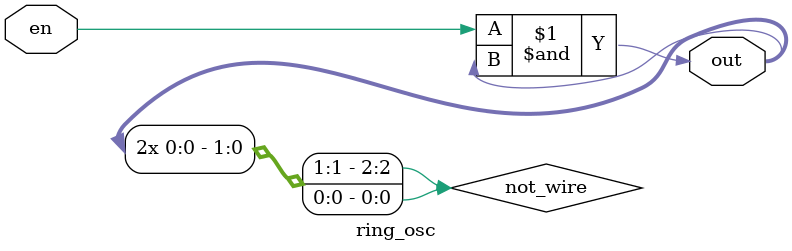
<source format=v>
module ring_osc #(
    parameter N = 3 // Length of ring oscillator
)
(
    en,
    out
);
//==================================
//        PORTS DESCRIPTION
//==================================
input       en;  // Enable input of ring oscillator
output      out; // Output of ring oscillator

//==================================
//      WIRE'S, REG'S and etc       
//==================================
wire    [N - 1 : 0]    not_wire;

//==================================
//           ASSIGNMENTS
//==================================
assign out = not_wire[N - 1];

//==================================
//              LOGIC
//==================================
genvar i;

generate
    for (i = 0; i < N; i = i +1)
    begin
        if (i == 0)
            not(not_wire[i], ~(en & not_wire[N - 1]));
        else
            not(not_wire[i], not_wire[i-1]);
    end
endgenerate
endmodule

</source>
